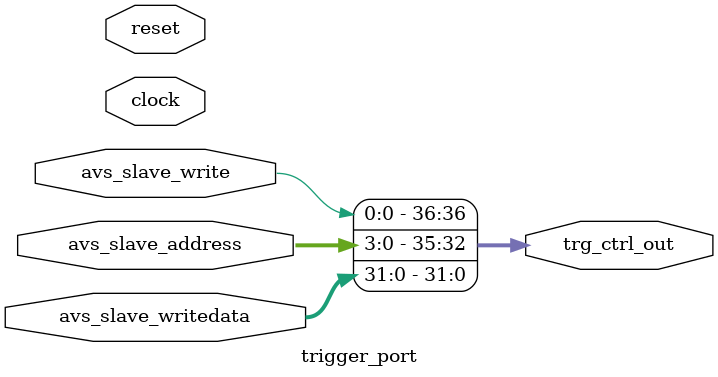
<source format=v>


`timescale 1 ps / 1 ps

module trigger_port
(
  input clock,
  input reset,

  // avalon slave
  input   [3:0]avs_slave_address,
  input        avs_slave_write,
  input  [31:0]avs_slave_writedata,
  
  // conduit
  output [36:0]trg_ctrl_out
);

	assign trg_ctrl_out = {avs_slave_write, avs_slave_address, avs_slave_writedata};

endmodule

</source>
